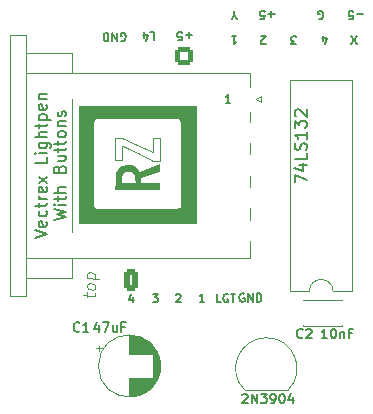
<source format=gbr>
%TF.GenerationSoftware,KiCad,Pcbnew,(6.0.9)*%
%TF.CreationDate,2023-08-06T12:59:46+02:00*%
%TF.ProjectId,Vectrex_Lightpen_2,56656374-7265-4785-9f4c-696768747065,rev?*%
%TF.SameCoordinates,Original*%
%TF.FileFunction,Legend,Top*%
%TF.FilePolarity,Positive*%
%FSLAX46Y46*%
G04 Gerber Fmt 4.6, Leading zero omitted, Abs format (unit mm)*
G04 Created by KiCad (PCBNEW (6.0.9)) date 2023-08-06 12:59:46*
%MOMM*%
%LPD*%
G01*
G04 APERTURE LIST*
G04 Aperture macros list*
%AMRoundRect*
0 Rectangle with rounded corners*
0 $1 Rounding radius*
0 $2 $3 $4 $5 $6 $7 $8 $9 X,Y pos of 4 corners*
0 Add a 4 corners polygon primitive as box body*
4,1,4,$2,$3,$4,$5,$6,$7,$8,$9,$2,$3,0*
0 Add four circle primitives for the rounded corners*
1,1,$1+$1,$2,$3*
1,1,$1+$1,$4,$5*
1,1,$1+$1,$6,$7*
1,1,$1+$1,$8,$9*
0 Add four rect primitives between the rounded corners*
20,1,$1+$1,$2,$3,$4,$5,0*
20,1,$1+$1,$4,$5,$6,$7,0*
20,1,$1+$1,$6,$7,$8,$9,0*
20,1,$1+$1,$8,$9,$2,$3,0*%
G04 Aperture macros list end*
%ADD10C,0.150000*%
%ADD11C,0.100000*%
%ADD12C,0.120000*%
%ADD13R,1.900000X1.900000*%
%ADD14C,1.900000*%
%ADD15C,3.000000*%
%ADD16C,1.600000*%
%ADD17R,1.600000X1.600000*%
%ADD18O,1.600000X1.600000*%
%ADD19C,4.700000*%
%ADD20RoundRect,0.250000X-0.350000X-0.650000X0.350000X-0.650000X0.350000X0.650000X-0.350000X0.650000X0*%
%ADD21O,1.200000X1.800000*%
%ADD22RoundRect,0.250000X0.550000X0.550000X-0.550000X0.550000X-0.550000X-0.550000X0.550000X-0.550000X0*%
%ADD23R,1.050000X1.500000*%
%ADD24O,1.050000X1.500000*%
%ADD25C,3.400000*%
%ADD26C,1.400000*%
%ADD27O,1.400000X1.400000*%
G04 APERTURE END LIST*
D10*
X146800000Y-69166666D02*
X146800000Y-68833333D01*
X147033333Y-69533333D02*
X146800000Y-69166666D01*
X146566666Y-69533333D01*
X141850000Y-92883333D02*
X141883333Y-92850000D01*
X141950000Y-92816666D01*
X142116666Y-92816666D01*
X142183333Y-92850000D01*
X142216666Y-92883333D01*
X142250000Y-92950000D01*
X142250000Y-93016666D01*
X142216666Y-93116666D01*
X141816666Y-93516666D01*
X142250000Y-93516666D01*
X157133333Y-71683333D02*
X156666666Y-70983333D01*
X156666666Y-71683333D02*
X157133333Y-70983333D01*
X146550000Y-70983333D02*
X146950000Y-70983333D01*
X146750000Y-70983333D02*
X146750000Y-71683333D01*
X146816666Y-71583333D01*
X146883333Y-71516666D01*
X146950000Y-71483333D01*
X147616666Y-92800000D02*
X147550000Y-92766666D01*
X147450000Y-92766666D01*
X147350000Y-92800000D01*
X147283333Y-92866666D01*
X147250000Y-92933333D01*
X147216666Y-93066666D01*
X147216666Y-93166666D01*
X147250000Y-93300000D01*
X147283333Y-93366666D01*
X147350000Y-93433333D01*
X147450000Y-93466666D01*
X147516666Y-93466666D01*
X147616666Y-93433333D01*
X147650000Y-93400000D01*
X147650000Y-93166666D01*
X147516666Y-93166666D01*
X147950000Y-93466666D02*
X147950000Y-92766666D01*
X148350000Y-93466666D01*
X148350000Y-92766666D01*
X148683333Y-93466666D02*
X148683333Y-92766666D01*
X148850000Y-92766666D01*
X148950000Y-92800000D01*
X149016666Y-92866666D01*
X149050000Y-92933333D01*
X149083333Y-93066666D01*
X149083333Y-93166666D01*
X149050000Y-93300000D01*
X149016666Y-93366666D01*
X148950000Y-93433333D01*
X148850000Y-93466666D01*
X148683333Y-93466666D01*
X149450000Y-71616666D02*
X149416666Y-71650000D01*
X149350000Y-71683333D01*
X149183333Y-71683333D01*
X149116666Y-71650000D01*
X149083333Y-71616666D01*
X149050000Y-71550000D01*
X149050000Y-71483333D01*
X149083333Y-71383333D01*
X149483333Y-70983333D01*
X149050000Y-70983333D01*
X143200000Y-70900000D02*
X142666666Y-70900000D01*
X142933333Y-70633333D02*
X142933333Y-71166666D01*
X142000000Y-71333333D02*
X142333333Y-71333333D01*
X142366666Y-71000000D01*
X142333333Y-71033333D01*
X142266666Y-71066666D01*
X142100000Y-71066666D01*
X142033333Y-71033333D01*
X142000000Y-71000000D01*
X141966666Y-70933333D01*
X141966666Y-70766666D01*
X142000000Y-70700000D01*
X142033333Y-70666666D01*
X142100000Y-70633333D01*
X142266666Y-70633333D01*
X142333333Y-70666666D01*
X142366666Y-70700000D01*
X157700000Y-69100000D02*
X157166666Y-69100000D01*
X156500000Y-69533333D02*
X156833333Y-69533333D01*
X156866666Y-69200000D01*
X156833333Y-69233333D01*
X156766666Y-69266666D01*
X156600000Y-69266666D01*
X156533333Y-69233333D01*
X156500000Y-69200000D01*
X156466666Y-69133333D01*
X156466666Y-68966666D01*
X156500000Y-68900000D01*
X156533333Y-68866666D01*
X156600000Y-68833333D01*
X156766666Y-68833333D01*
X156833333Y-68866666D01*
X156866666Y-68900000D01*
X144250000Y-93516666D02*
X143850000Y-93516666D01*
X144050000Y-93516666D02*
X144050000Y-92816666D01*
X143983333Y-92916666D01*
X143916666Y-92983333D01*
X143850000Y-93016666D01*
X139866666Y-92816666D02*
X140300000Y-92816666D01*
X140066666Y-93083333D01*
X140166666Y-93083333D01*
X140233333Y-93116666D01*
X140266666Y-93150000D01*
X140300000Y-93216666D01*
X140300000Y-93383333D01*
X140266666Y-93450000D01*
X140233333Y-93483333D01*
X140166666Y-93516666D01*
X139966666Y-93516666D01*
X139900000Y-93483333D01*
X139866666Y-93450000D01*
X150200000Y-69100000D02*
X149666666Y-69100000D01*
X149933333Y-68833333D02*
X149933333Y-69366666D01*
X149000000Y-69533333D02*
X149333333Y-69533333D01*
X149366666Y-69200000D01*
X149333333Y-69233333D01*
X149266666Y-69266666D01*
X149100000Y-69266666D01*
X149033333Y-69233333D01*
X149000000Y-69200000D01*
X148966666Y-69133333D01*
X148966666Y-68966666D01*
X149000000Y-68900000D01*
X149033333Y-68866666D01*
X149100000Y-68833333D01*
X149266666Y-68833333D01*
X149333333Y-68866666D01*
X149366666Y-68900000D01*
X152033333Y-71683333D02*
X151600000Y-71683333D01*
X151833333Y-71416666D01*
X151733333Y-71416666D01*
X151666666Y-71383333D01*
X151633333Y-71350000D01*
X151600000Y-71283333D01*
X151600000Y-71116666D01*
X151633333Y-71050000D01*
X151666666Y-71016666D01*
X151733333Y-70983333D01*
X151933333Y-70983333D01*
X152000000Y-71016666D01*
X152033333Y-71050000D01*
D11*
X134335714Y-93056577D02*
X134335714Y-92675625D01*
X134002380Y-92872053D02*
X134859523Y-92979196D01*
X134954761Y-92943482D01*
X135002380Y-92854196D01*
X135002380Y-92758958D01*
X135002380Y-92282767D02*
X134954761Y-92372053D01*
X134907142Y-92413720D01*
X134811904Y-92449434D01*
X134526190Y-92413720D01*
X134430952Y-92354196D01*
X134383333Y-92300625D01*
X134335714Y-92199434D01*
X134335714Y-92056577D01*
X134383333Y-91967291D01*
X134430952Y-91925625D01*
X134526190Y-91889910D01*
X134811904Y-91925625D01*
X134907142Y-91985148D01*
X134954761Y-92038720D01*
X135002380Y-92139910D01*
X135002380Y-92282767D01*
X134335714Y-91437529D02*
X135335714Y-91562529D01*
X134383333Y-91443482D02*
X134335714Y-91342291D01*
X134335714Y-91151815D01*
X134383333Y-91062529D01*
X134430952Y-91020863D01*
X134526190Y-90985148D01*
X134811904Y-91020863D01*
X134907142Y-91080386D01*
X134954761Y-91133958D01*
X135002380Y-91235148D01*
X135002380Y-91425625D01*
X134954761Y-91514910D01*
D10*
X153916666Y-69500000D02*
X153983333Y-69533333D01*
X154083333Y-69533333D01*
X154183333Y-69500000D01*
X154250000Y-69433333D01*
X154283333Y-69366666D01*
X154316666Y-69233333D01*
X154316666Y-69133333D01*
X154283333Y-69000000D01*
X154250000Y-68933333D01*
X154183333Y-68866666D01*
X154083333Y-68833333D01*
X154016666Y-68833333D01*
X153916666Y-68866666D01*
X153883333Y-68900000D01*
X153883333Y-69133333D01*
X154016666Y-69133333D01*
X138233333Y-93050000D02*
X138233333Y-93516666D01*
X138066666Y-92783333D02*
X137900000Y-93283333D01*
X138333333Y-93283333D01*
X139666666Y-70633333D02*
X140000000Y-70633333D01*
X140000000Y-71333333D01*
X139133333Y-71100000D02*
X139133333Y-70633333D01*
X139300000Y-71366666D02*
X139466666Y-70866666D01*
X139033333Y-70866666D01*
X137183333Y-71350000D02*
X137250000Y-71383333D01*
X137350000Y-71383333D01*
X137450000Y-71350000D01*
X137516666Y-71283333D01*
X137550000Y-71216666D01*
X137583333Y-71083333D01*
X137583333Y-70983333D01*
X137550000Y-70850000D01*
X137516666Y-70783333D01*
X137450000Y-70716666D01*
X137350000Y-70683333D01*
X137283333Y-70683333D01*
X137183333Y-70716666D01*
X137150000Y-70750000D01*
X137150000Y-70983333D01*
X137283333Y-70983333D01*
X136850000Y-70683333D02*
X136850000Y-71383333D01*
X136450000Y-70683333D01*
X136450000Y-71383333D01*
X136116666Y-70683333D02*
X136116666Y-71383333D01*
X135950000Y-71383333D01*
X135850000Y-71350000D01*
X135783333Y-71283333D01*
X135750000Y-71216666D01*
X135716666Y-71083333D01*
X135716666Y-70983333D01*
X135750000Y-70850000D01*
X135783333Y-70783333D01*
X135850000Y-70716666D01*
X135950000Y-70683333D01*
X136116666Y-70683333D01*
X129897380Y-88056266D02*
X130897380Y-87722933D01*
X129897380Y-87389600D01*
X130849761Y-86675314D02*
X130897380Y-86770552D01*
X130897380Y-86961028D01*
X130849761Y-87056266D01*
X130754523Y-87103885D01*
X130373571Y-87103885D01*
X130278333Y-87056266D01*
X130230714Y-86961028D01*
X130230714Y-86770552D01*
X130278333Y-86675314D01*
X130373571Y-86627695D01*
X130468809Y-86627695D01*
X130564047Y-87103885D01*
X130849761Y-85770552D02*
X130897380Y-85865790D01*
X130897380Y-86056266D01*
X130849761Y-86151504D01*
X130802142Y-86199123D01*
X130706904Y-86246742D01*
X130421190Y-86246742D01*
X130325952Y-86199123D01*
X130278333Y-86151504D01*
X130230714Y-86056266D01*
X130230714Y-85865790D01*
X130278333Y-85770552D01*
X130230714Y-85484838D02*
X130230714Y-85103885D01*
X129897380Y-85341980D02*
X130754523Y-85341980D01*
X130849761Y-85294361D01*
X130897380Y-85199123D01*
X130897380Y-85103885D01*
X130897380Y-84770552D02*
X130230714Y-84770552D01*
X130421190Y-84770552D02*
X130325952Y-84722933D01*
X130278333Y-84675314D01*
X130230714Y-84580076D01*
X130230714Y-84484838D01*
X130849761Y-83770552D02*
X130897380Y-83865790D01*
X130897380Y-84056266D01*
X130849761Y-84151504D01*
X130754523Y-84199123D01*
X130373571Y-84199123D01*
X130278333Y-84151504D01*
X130230714Y-84056266D01*
X130230714Y-83865790D01*
X130278333Y-83770552D01*
X130373571Y-83722933D01*
X130468809Y-83722933D01*
X130564047Y-84199123D01*
X130897380Y-83389600D02*
X130230714Y-82865790D01*
X130230714Y-83389600D02*
X130897380Y-82865790D01*
X130897380Y-81246742D02*
X130897380Y-81722933D01*
X129897380Y-81722933D01*
X130897380Y-80913409D02*
X130230714Y-80913409D01*
X129897380Y-80913409D02*
X129945000Y-80961028D01*
X129992619Y-80913409D01*
X129945000Y-80865790D01*
X129897380Y-80913409D01*
X129992619Y-80913409D01*
X130230714Y-80008647D02*
X131040238Y-80008647D01*
X131135476Y-80056266D01*
X131183095Y-80103885D01*
X131230714Y-80199123D01*
X131230714Y-80341980D01*
X131183095Y-80437219D01*
X130849761Y-80008647D02*
X130897380Y-80103885D01*
X130897380Y-80294361D01*
X130849761Y-80389600D01*
X130802142Y-80437219D01*
X130706904Y-80484838D01*
X130421190Y-80484838D01*
X130325952Y-80437219D01*
X130278333Y-80389600D01*
X130230714Y-80294361D01*
X130230714Y-80103885D01*
X130278333Y-80008647D01*
X130897380Y-79532457D02*
X129897380Y-79532457D01*
X130897380Y-79103885D02*
X130373571Y-79103885D01*
X130278333Y-79151504D01*
X130230714Y-79246742D01*
X130230714Y-79389600D01*
X130278333Y-79484838D01*
X130325952Y-79532457D01*
X130230714Y-78770552D02*
X130230714Y-78389600D01*
X129897380Y-78627695D02*
X130754523Y-78627695D01*
X130849761Y-78580076D01*
X130897380Y-78484838D01*
X130897380Y-78389600D01*
X130230714Y-78056266D02*
X131230714Y-78056266D01*
X130278333Y-78056266D02*
X130230714Y-77961028D01*
X130230714Y-77770552D01*
X130278333Y-77675314D01*
X130325952Y-77627695D01*
X130421190Y-77580076D01*
X130706904Y-77580076D01*
X130802142Y-77627695D01*
X130849761Y-77675314D01*
X130897380Y-77770552D01*
X130897380Y-77961028D01*
X130849761Y-78056266D01*
X130849761Y-76770552D02*
X130897380Y-76865790D01*
X130897380Y-77056266D01*
X130849761Y-77151504D01*
X130754523Y-77199123D01*
X130373571Y-77199123D01*
X130278333Y-77151504D01*
X130230714Y-77056266D01*
X130230714Y-76865790D01*
X130278333Y-76770552D01*
X130373571Y-76722933D01*
X130468809Y-76722933D01*
X130564047Y-77199123D01*
X130230714Y-76294361D02*
X130897380Y-76294361D01*
X130325952Y-76294361D02*
X130278333Y-76246742D01*
X130230714Y-76151504D01*
X130230714Y-76008647D01*
X130278333Y-75913409D01*
X130373571Y-75865790D01*
X130897380Y-75865790D01*
X131507380Y-86508647D02*
X132507380Y-86270552D01*
X131793095Y-86080076D01*
X132507380Y-85889600D01*
X131507380Y-85651504D01*
X132507380Y-85270552D02*
X131840714Y-85270552D01*
X131507380Y-85270552D02*
X131555000Y-85318171D01*
X131602619Y-85270552D01*
X131555000Y-85222933D01*
X131507380Y-85270552D01*
X131602619Y-85270552D01*
X131840714Y-84937219D02*
X131840714Y-84556266D01*
X131507380Y-84794361D02*
X132364523Y-84794361D01*
X132459761Y-84746742D01*
X132507380Y-84651504D01*
X132507380Y-84556266D01*
X132507380Y-84222933D02*
X131507380Y-84222933D01*
X132507380Y-83794361D02*
X131983571Y-83794361D01*
X131888333Y-83841980D01*
X131840714Y-83937219D01*
X131840714Y-84080076D01*
X131888333Y-84175314D01*
X131935952Y-84222933D01*
X131983571Y-82222933D02*
X132031190Y-82080076D01*
X132078809Y-82032457D01*
X132174047Y-81984838D01*
X132316904Y-81984838D01*
X132412142Y-82032457D01*
X132459761Y-82080076D01*
X132507380Y-82175314D01*
X132507380Y-82556266D01*
X131507380Y-82556266D01*
X131507380Y-82222933D01*
X131555000Y-82127695D01*
X131602619Y-82080076D01*
X131697857Y-82032457D01*
X131793095Y-82032457D01*
X131888333Y-82080076D01*
X131935952Y-82127695D01*
X131983571Y-82222933D01*
X131983571Y-82556266D01*
X131840714Y-81127695D02*
X132507380Y-81127695D01*
X131840714Y-81556266D02*
X132364523Y-81556266D01*
X132459761Y-81508647D01*
X132507380Y-81413409D01*
X132507380Y-81270552D01*
X132459761Y-81175314D01*
X132412142Y-81127695D01*
X131840714Y-80794361D02*
X131840714Y-80413409D01*
X131507380Y-80651504D02*
X132364523Y-80651504D01*
X132459761Y-80603885D01*
X132507380Y-80508647D01*
X132507380Y-80413409D01*
X131840714Y-80222933D02*
X131840714Y-79841980D01*
X131507380Y-80080076D02*
X132364523Y-80080076D01*
X132459761Y-80032457D01*
X132507380Y-79937219D01*
X132507380Y-79841980D01*
X132507380Y-79365790D02*
X132459761Y-79461028D01*
X132412142Y-79508647D01*
X132316904Y-79556266D01*
X132031190Y-79556266D01*
X131935952Y-79508647D01*
X131888333Y-79461028D01*
X131840714Y-79365790D01*
X131840714Y-79222933D01*
X131888333Y-79127695D01*
X131935952Y-79080076D01*
X132031190Y-79032457D01*
X132316904Y-79032457D01*
X132412142Y-79080076D01*
X132459761Y-79127695D01*
X132507380Y-79222933D01*
X132507380Y-79365790D01*
X131840714Y-78603885D02*
X132507380Y-78603885D01*
X131935952Y-78603885D02*
X131888333Y-78556266D01*
X131840714Y-78461028D01*
X131840714Y-78318171D01*
X131888333Y-78222933D01*
X131983571Y-78175314D01*
X132507380Y-78175314D01*
X132459761Y-77746742D02*
X132507380Y-77651504D01*
X132507380Y-77461028D01*
X132459761Y-77365790D01*
X132364523Y-77318171D01*
X132316904Y-77318171D01*
X132221666Y-77365790D01*
X132174047Y-77461028D01*
X132174047Y-77603885D01*
X132126428Y-77699123D01*
X132031190Y-77746742D01*
X131983571Y-77746742D01*
X131888333Y-77699123D01*
X131840714Y-77603885D01*
X131840714Y-77461028D01*
X131888333Y-77365790D01*
X154316666Y-71400000D02*
X154316666Y-70933333D01*
X154483333Y-71666666D02*
X154650000Y-71166666D01*
X154216666Y-71166666D01*
X145650000Y-93516666D02*
X145316666Y-93516666D01*
X145316666Y-92816666D01*
X146250000Y-92850000D02*
X146183333Y-92816666D01*
X146083333Y-92816666D01*
X145983333Y-92850000D01*
X145916666Y-92916666D01*
X145883333Y-92983333D01*
X145850000Y-93116666D01*
X145850000Y-93216666D01*
X145883333Y-93350000D01*
X145916666Y-93416666D01*
X145983333Y-93483333D01*
X146083333Y-93516666D01*
X146150000Y-93516666D01*
X146250000Y-93483333D01*
X146283333Y-93450000D01*
X146283333Y-93216666D01*
X146150000Y-93216666D01*
X146483333Y-92816666D02*
X146883333Y-92816666D01*
X146683333Y-93516666D02*
X146683333Y-92816666D01*
X146453200Y-76618266D02*
X146053200Y-76618266D01*
X146253200Y-76618266D02*
X146253200Y-75918266D01*
X146186533Y-76018266D01*
X146119866Y-76084933D01*
X146053200Y-76118266D01*
%TO.C,U1*%
X151902380Y-83369047D02*
X151902380Y-82702380D01*
X152902380Y-83130952D01*
X152235714Y-81892857D02*
X152902380Y-81892857D01*
X151854761Y-82130952D02*
X152569047Y-82369047D01*
X152569047Y-81750000D01*
X152902380Y-80892857D02*
X152902380Y-81369047D01*
X151902380Y-81369047D01*
X152854761Y-80607142D02*
X152902380Y-80464285D01*
X152902380Y-80226190D01*
X152854761Y-80130952D01*
X152807142Y-80083333D01*
X152711904Y-80035714D01*
X152616666Y-80035714D01*
X152521428Y-80083333D01*
X152473809Y-80130952D01*
X152426190Y-80226190D01*
X152378571Y-80416666D01*
X152330952Y-80511904D01*
X152283333Y-80559523D01*
X152188095Y-80607142D01*
X152092857Y-80607142D01*
X151997619Y-80559523D01*
X151950000Y-80511904D01*
X151902380Y-80416666D01*
X151902380Y-80178571D01*
X151950000Y-80035714D01*
X152902380Y-79083333D02*
X152902380Y-79654761D01*
X152902380Y-79369047D02*
X151902380Y-79369047D01*
X152045238Y-79464285D01*
X152140476Y-79559523D01*
X152188095Y-79654761D01*
X151902380Y-78750000D02*
X151902380Y-78130952D01*
X152283333Y-78464285D01*
X152283333Y-78321428D01*
X152330952Y-78226190D01*
X152378571Y-78178571D01*
X152473809Y-78130952D01*
X152711904Y-78130952D01*
X152807142Y-78178571D01*
X152854761Y-78226190D01*
X152902380Y-78321428D01*
X152902380Y-78607142D01*
X152854761Y-78702380D01*
X152807142Y-78750000D01*
X151997619Y-77750000D02*
X151950000Y-77702380D01*
X151902380Y-77607142D01*
X151902380Y-77369047D01*
X151950000Y-77273809D01*
X151997619Y-77226190D01*
X152092857Y-77178571D01*
X152188095Y-77178571D01*
X152330952Y-77226190D01*
X152902380Y-77797619D01*
X152902380Y-77178571D01*
%TO.C,C1*%
X133666666Y-95935714D02*
X133628571Y-95973809D01*
X133514285Y-96011904D01*
X133438095Y-96011904D01*
X133323809Y-95973809D01*
X133247619Y-95897619D01*
X133209523Y-95821428D01*
X133171428Y-95669047D01*
X133171428Y-95554761D01*
X133209523Y-95402380D01*
X133247619Y-95326190D01*
X133323809Y-95250000D01*
X133438095Y-95211904D01*
X133514285Y-95211904D01*
X133628571Y-95250000D01*
X133666666Y-95288095D01*
X134428571Y-96011904D02*
X133971428Y-96011904D01*
X134200000Y-96011904D02*
X134200000Y-95211904D01*
X134123809Y-95326190D01*
X134047619Y-95402380D01*
X133971428Y-95440476D01*
X135316666Y-95478571D02*
X135316666Y-96011904D01*
X135126190Y-95173809D02*
X134935714Y-95745238D01*
X135430952Y-95745238D01*
X135659523Y-95211904D02*
X136192857Y-95211904D01*
X135850000Y-96011904D01*
X136840476Y-95478571D02*
X136840476Y-96011904D01*
X136497619Y-95478571D02*
X136497619Y-95897619D01*
X136535714Y-95973809D01*
X136611904Y-96011904D01*
X136726190Y-96011904D01*
X136802380Y-95973809D01*
X136840476Y-95935714D01*
X137488095Y-95592857D02*
X137221428Y-95592857D01*
X137221428Y-96011904D02*
X137221428Y-95211904D01*
X137602380Y-95211904D01*
%TO.C,Q1*%
X147478571Y-101338095D02*
X147516666Y-101300000D01*
X147592857Y-101261904D01*
X147783333Y-101261904D01*
X147859523Y-101300000D01*
X147897619Y-101338095D01*
X147935714Y-101414285D01*
X147935714Y-101490476D01*
X147897619Y-101604761D01*
X147440476Y-102061904D01*
X147935714Y-102061904D01*
X148278571Y-102061904D02*
X148278571Y-101261904D01*
X148735714Y-102061904D01*
X148735714Y-101261904D01*
X149040476Y-101261904D02*
X149535714Y-101261904D01*
X149269047Y-101566666D01*
X149383333Y-101566666D01*
X149459523Y-101604761D01*
X149497619Y-101642857D01*
X149535714Y-101719047D01*
X149535714Y-101909523D01*
X149497619Y-101985714D01*
X149459523Y-102023809D01*
X149383333Y-102061904D01*
X149154761Y-102061904D01*
X149078571Y-102023809D01*
X149040476Y-101985714D01*
X149916666Y-102061904D02*
X150069047Y-102061904D01*
X150145238Y-102023809D01*
X150183333Y-101985714D01*
X150259523Y-101871428D01*
X150297619Y-101719047D01*
X150297619Y-101414285D01*
X150259523Y-101338095D01*
X150221428Y-101300000D01*
X150145238Y-101261904D01*
X149992857Y-101261904D01*
X149916666Y-101300000D01*
X149878571Y-101338095D01*
X149840476Y-101414285D01*
X149840476Y-101604761D01*
X149878571Y-101680952D01*
X149916666Y-101719047D01*
X149992857Y-101757142D01*
X150145238Y-101757142D01*
X150221428Y-101719047D01*
X150259523Y-101680952D01*
X150297619Y-101604761D01*
X150792857Y-101261904D02*
X150869047Y-101261904D01*
X150945238Y-101300000D01*
X150983333Y-101338095D01*
X151021428Y-101414285D01*
X151059523Y-101566666D01*
X151059523Y-101757142D01*
X151021428Y-101909523D01*
X150983333Y-101985714D01*
X150945238Y-102023809D01*
X150869047Y-102061904D01*
X150792857Y-102061904D01*
X150716666Y-102023809D01*
X150678571Y-101985714D01*
X150640476Y-101909523D01*
X150602380Y-101757142D01*
X150602380Y-101566666D01*
X150640476Y-101414285D01*
X150678571Y-101338095D01*
X150716666Y-101300000D01*
X150792857Y-101261904D01*
X151745238Y-101528571D02*
X151745238Y-102061904D01*
X151554761Y-101223809D02*
X151364285Y-101795238D01*
X151859523Y-101795238D01*
%TO.C,C2*%
X152566666Y-96485714D02*
X152528571Y-96523809D01*
X152414285Y-96561904D01*
X152338095Y-96561904D01*
X152223809Y-96523809D01*
X152147619Y-96447619D01*
X152109523Y-96371428D01*
X152071428Y-96219047D01*
X152071428Y-96104761D01*
X152109523Y-95952380D01*
X152147619Y-95876190D01*
X152223809Y-95800000D01*
X152338095Y-95761904D01*
X152414285Y-95761904D01*
X152528571Y-95800000D01*
X152566666Y-95838095D01*
X152871428Y-95838095D02*
X152909523Y-95800000D01*
X152985714Y-95761904D01*
X153176190Y-95761904D01*
X153252380Y-95800000D01*
X153290476Y-95838095D01*
X153328571Y-95914285D01*
X153328571Y-95990476D01*
X153290476Y-96104761D01*
X152833333Y-96561904D01*
X153328571Y-96561904D01*
X154642857Y-96561904D02*
X154185714Y-96561904D01*
X154414285Y-96561904D02*
X154414285Y-95761904D01*
X154338095Y-95876190D01*
X154261904Y-95952380D01*
X154185714Y-95990476D01*
X155138095Y-95761904D02*
X155214285Y-95761904D01*
X155290476Y-95800000D01*
X155328571Y-95838095D01*
X155366666Y-95914285D01*
X155404761Y-96066666D01*
X155404761Y-96257142D01*
X155366666Y-96409523D01*
X155328571Y-96485714D01*
X155290476Y-96523809D01*
X155214285Y-96561904D01*
X155138095Y-96561904D01*
X155061904Y-96523809D01*
X155023809Y-96485714D01*
X154985714Y-96409523D01*
X154947619Y-96257142D01*
X154947619Y-96066666D01*
X154985714Y-95914285D01*
X155023809Y-95838095D01*
X155061904Y-95800000D01*
X155138095Y-95761904D01*
X155747619Y-96028571D02*
X155747619Y-96561904D01*
X155747619Y-96104761D02*
X155785714Y-96066666D01*
X155861904Y-96028571D01*
X155976190Y-96028571D01*
X156052380Y-96066666D01*
X156090476Y-96142857D01*
X156090476Y-96561904D01*
X156738095Y-96142857D02*
X156471428Y-96142857D01*
X156471428Y-96561904D02*
X156471428Y-95761904D01*
X156852380Y-95761904D01*
D12*
%TO.C,J1*%
X148132800Y-77368400D02*
X148132800Y-78232000D01*
X127759600Y-70866000D02*
X129159000Y-70866000D01*
X133059000Y-91440000D02*
X129159000Y-91440000D01*
X149060507Y-76028200D02*
X149060507Y-76528200D01*
X148132800Y-89738200D02*
X148132800Y-88366600D01*
X133059000Y-76276200D02*
X133070600Y-87553800D01*
X129159000Y-70866000D02*
X129159000Y-92964000D01*
X129159000Y-72390000D02*
X133059000Y-72390000D01*
X129184400Y-89738200D02*
X148132800Y-89738200D01*
X148132800Y-80010000D02*
X148132800Y-80975200D01*
X133059000Y-89738200D02*
X133059000Y-91440000D01*
X149060507Y-76528200D02*
X148627494Y-76278200D01*
X148132800Y-82804000D02*
X148132800Y-83769200D01*
X127759600Y-92964000D02*
X129159000Y-92964000D01*
X148132800Y-86512400D02*
X148132800Y-85547200D01*
X133059000Y-74091800D02*
X133059000Y-72390000D01*
X127759600Y-70866000D02*
X127759600Y-92964000D01*
X148131600Y-74091800D02*
X148132800Y-75311000D01*
X148627494Y-76278200D02*
X149060507Y-76028200D01*
X129184400Y-74091800D02*
X148131600Y-74091800D01*
%TO.C,U1*%
X151490000Y-92580000D02*
X153140000Y-92580000D01*
X156790000Y-92580000D02*
X156790000Y-74680000D01*
X155140000Y-92580000D02*
X156790000Y-92580000D01*
X151490000Y-74680000D02*
X151490000Y-92580000D01*
X156790000Y-74680000D02*
X151490000Y-74680000D01*
X155140000Y-92580000D02*
G75*
G03*
X153140000Y-92580000I-1000000J0D01*
G01*
%TO.C,C1*%
X140520000Y-98900000D02*
G75*
G03*
X140520000Y-98900000I-2620000J0D01*
G01*
X139901000Y-99940000D02*
X139901000Y-100553000D01*
X138781000Y-96472000D02*
X138781000Y-97860000D01*
X139781000Y-97115000D02*
X139781000Y-97860000D01*
X138220000Y-99940000D02*
X138220000Y-101461000D01*
X138941000Y-99940000D02*
X138941000Y-101265000D01*
X139781000Y-99940000D02*
X139781000Y-100685000D01*
X140381000Y-98095000D02*
X140381000Y-99705000D01*
X139181000Y-99940000D02*
X139181000Y-101147000D01*
X138901000Y-96518000D02*
X138901000Y-97860000D01*
X139261000Y-99940000D02*
X139261000Y-101100000D01*
X140181000Y-97649000D02*
X140181000Y-100151000D01*
X140261000Y-97802000D02*
X140261000Y-99998000D01*
X137900000Y-99940000D02*
X137900000Y-101480000D01*
X138220000Y-96339000D02*
X138220000Y-97860000D01*
X139021000Y-96571000D02*
X139021000Y-97860000D01*
X139181000Y-96653000D02*
X139181000Y-97860000D01*
X140221000Y-97722000D02*
X140221000Y-100078000D01*
X135345225Y-97175000D02*
X135345225Y-97675000D01*
X138300000Y-96350000D02*
X138300000Y-97860000D01*
X139861000Y-97201000D02*
X139861000Y-97860000D01*
X139341000Y-99940000D02*
X139341000Y-101049000D01*
X139021000Y-99940000D02*
X139021000Y-101229000D01*
X140101000Y-97517000D02*
X140101000Y-100283000D01*
X139581000Y-96929000D02*
X139581000Y-97860000D01*
X137940000Y-96320000D02*
X137940000Y-97860000D01*
X140141000Y-97581000D02*
X140141000Y-100219000D01*
X138380000Y-99940000D02*
X138380000Y-101436000D01*
X137900000Y-96320000D02*
X137900000Y-97860000D01*
X139261000Y-96700000D02*
X139261000Y-97860000D01*
X139821000Y-97157000D02*
X139821000Y-97860000D01*
X139141000Y-96632000D02*
X139141000Y-97860000D01*
X139741000Y-97074000D02*
X139741000Y-97860000D01*
X138380000Y-96364000D02*
X138380000Y-97860000D01*
X140061000Y-97457000D02*
X140061000Y-100343000D01*
X138180000Y-99940000D02*
X138180000Y-101465000D01*
X138901000Y-99940000D02*
X138901000Y-101282000D01*
X139101000Y-96610000D02*
X139101000Y-97860000D01*
X138300000Y-99940000D02*
X138300000Y-101450000D01*
X138420000Y-99940000D02*
X138420000Y-101428000D01*
X139701000Y-97036000D02*
X139701000Y-97860000D01*
X139341000Y-96751000D02*
X139341000Y-97860000D01*
X140421000Y-98223000D02*
X140421000Y-99577000D01*
X139421000Y-96805000D02*
X139421000Y-97860000D01*
X140461000Y-98382000D02*
X140461000Y-99418000D01*
X137980000Y-99940000D02*
X137980000Y-101479000D01*
X138340000Y-99940000D02*
X138340000Y-101443000D01*
X138621000Y-96420000D02*
X138621000Y-97860000D01*
X139381000Y-99940000D02*
X139381000Y-101022000D01*
X138701000Y-96445000D02*
X138701000Y-97860000D01*
X138741000Y-99940000D02*
X138741000Y-101342000D01*
X138260000Y-99940000D02*
X138260000Y-101456000D01*
X139701000Y-99940000D02*
X139701000Y-100764000D01*
X138420000Y-96372000D02*
X138420000Y-97860000D01*
X138540000Y-96399000D02*
X138540000Y-97860000D01*
X138540000Y-99940000D02*
X138540000Y-101401000D01*
X138580000Y-96409000D02*
X138580000Y-97860000D01*
X139381000Y-96778000D02*
X139381000Y-97860000D01*
X139541000Y-96896000D02*
X139541000Y-97860000D01*
X139861000Y-99940000D02*
X139861000Y-100599000D01*
X139461000Y-96835000D02*
X139461000Y-97860000D01*
X139101000Y-99940000D02*
X139101000Y-101190000D01*
X139061000Y-96590000D02*
X139061000Y-97860000D01*
X137940000Y-99940000D02*
X137940000Y-101480000D01*
X138701000Y-99940000D02*
X138701000Y-101355000D01*
X138661000Y-99940000D02*
X138661000Y-101368000D01*
X138981000Y-96552000D02*
X138981000Y-97860000D01*
X139981000Y-97346000D02*
X139981000Y-100454000D01*
X139221000Y-99940000D02*
X139221000Y-101124000D01*
X139061000Y-99940000D02*
X139061000Y-101210000D01*
X139621000Y-99940000D02*
X139621000Y-100837000D01*
X138460000Y-99940000D02*
X138460000Y-101420000D01*
X140501000Y-98616000D02*
X140501000Y-99184000D01*
X140341000Y-97985000D02*
X140341000Y-99815000D01*
X140021000Y-97400000D02*
X140021000Y-100400000D01*
X135095225Y-97425000D02*
X135595225Y-97425000D01*
X138060000Y-96324000D02*
X138060000Y-97860000D01*
X138861000Y-96502000D02*
X138861000Y-97860000D01*
X138460000Y-96380000D02*
X138460000Y-97860000D01*
X138180000Y-96335000D02*
X138180000Y-97860000D01*
X139501000Y-96865000D02*
X139501000Y-97860000D01*
X138821000Y-99940000D02*
X138821000Y-101314000D01*
X139461000Y-99940000D02*
X139461000Y-100965000D01*
X138580000Y-99940000D02*
X138580000Y-101391000D01*
X139821000Y-99940000D02*
X139821000Y-100643000D01*
X138060000Y-99940000D02*
X138060000Y-101476000D01*
X138020000Y-99940000D02*
X138020000Y-101478000D01*
X138340000Y-96357000D02*
X138340000Y-97860000D01*
X138821000Y-96486000D02*
X138821000Y-97860000D01*
X138941000Y-96535000D02*
X138941000Y-97860000D01*
X140301000Y-97889000D02*
X140301000Y-99911000D01*
X138100000Y-99940000D02*
X138100000Y-101473000D01*
X139301000Y-96725000D02*
X139301000Y-97860000D01*
X139141000Y-99940000D02*
X139141000Y-101168000D01*
X139661000Y-99940000D02*
X139661000Y-100801000D01*
X138020000Y-96322000D02*
X138020000Y-97860000D01*
X138100000Y-96327000D02*
X138100000Y-97860000D01*
X138140000Y-99940000D02*
X138140000Y-101469000D01*
X138661000Y-96432000D02*
X138661000Y-97860000D01*
X138140000Y-96331000D02*
X138140000Y-97860000D01*
X138981000Y-99940000D02*
X138981000Y-101248000D01*
X139501000Y-99940000D02*
X139501000Y-100935000D01*
X139901000Y-97247000D02*
X139901000Y-97860000D01*
X139741000Y-99940000D02*
X139741000Y-100726000D01*
X139581000Y-99940000D02*
X139581000Y-100871000D01*
X138741000Y-96458000D02*
X138741000Y-97860000D01*
X138781000Y-99940000D02*
X138781000Y-101328000D01*
X138260000Y-96344000D02*
X138260000Y-97860000D01*
X139221000Y-96676000D02*
X139221000Y-97860000D01*
X139941000Y-97295000D02*
X139941000Y-100505000D01*
X139421000Y-99940000D02*
X139421000Y-100995000D01*
X138621000Y-99940000D02*
X138621000Y-101380000D01*
X138861000Y-99940000D02*
X138861000Y-101298000D01*
X139541000Y-99940000D02*
X139541000Y-100904000D01*
X139621000Y-96963000D02*
X139621000Y-97860000D01*
X138500000Y-96389000D02*
X138500000Y-97860000D01*
X138500000Y-99940000D02*
X138500000Y-101411000D01*
X139301000Y-99940000D02*
X139301000Y-101075000D01*
X137980000Y-96321000D02*
X137980000Y-97860000D01*
X139661000Y-96999000D02*
X139661000Y-97860000D01*
%TO.C,Q1*%
X147700000Y-100960000D02*
X151300000Y-100960000D01*
X151338478Y-100948478D02*
G75*
G03*
X149500000Y-96510000I-1838478J1838478D01*
G01*
X149500000Y-96509999D02*
G75*
G03*
X147661522Y-100948478I0J-2600001D01*
G01*
%TO.C,C2*%
X152630000Y-93280000D02*
X155870000Y-93280000D01*
X152630000Y-95520000D02*
X155870000Y-95520000D01*
X155870000Y-95455000D02*
X155870000Y-95520000D01*
X155870000Y-93280000D02*
X155870000Y-93345000D01*
X152630000Y-95455000D02*
X152630000Y-95520000D01*
X152630000Y-93280000D02*
X152630000Y-93345000D01*
%TO.C,F1*%
D11*
X140474930Y-81510864D02*
X139935347Y-81510864D01*
X138657437Y-80905511D01*
X138376545Y-80772535D01*
X138114823Y-80648794D01*
X137879355Y-80537626D01*
X137677223Y-80442368D01*
X137515512Y-80366356D01*
X137401304Y-80312929D01*
X137341683Y-80285422D01*
X137335306Y-80282646D01*
X137318327Y-80291436D01*
X137306015Y-80338347D01*
X137297779Y-80431003D01*
X137293028Y-80577031D01*
X137291169Y-80784058D01*
X137291086Y-80852622D01*
X137291086Y-81440112D01*
X136725069Y-81440112D01*
X136725069Y-79565181D01*
X136981546Y-79567231D01*
X137238022Y-79569281D01*
X138564624Y-80197134D01*
X139891225Y-80824986D01*
X139900867Y-80195084D01*
X139910510Y-79565181D01*
X140474930Y-79565181D01*
X140474930Y-81510864D01*
G36*
X136733774Y-83306198D02*
G01*
X136741500Y-83043629D01*
X136751244Y-82840958D01*
X136763999Y-82687338D01*
X136780758Y-82571924D01*
X136802513Y-82483869D01*
X136811461Y-82457589D01*
X136903731Y-82291144D01*
X137045363Y-82135139D01*
X137215493Y-82008626D01*
X137386501Y-81932533D01*
X137588928Y-81895501D01*
X137819650Y-81885318D01*
X138044337Y-81902040D01*
X138184687Y-81931229D01*
X138321390Y-81990989D01*
X138465642Y-82085757D01*
X138596286Y-82198471D01*
X138692166Y-82312064D01*
X138720155Y-82363132D01*
X138760121Y-82458184D01*
X139431801Y-82196640D01*
X139649512Y-82111975D01*
X139857314Y-82031364D01*
X140041487Y-81960113D01*
X140188310Y-81903531D01*
X140284061Y-81866925D01*
X140289206Y-81864980D01*
X140474930Y-81794865D01*
X140474930Y-82450555D01*
X138900696Y-83021953D01*
X138890003Y-83203874D01*
X138879311Y-83385794D01*
X140474930Y-83385794D01*
X140474930Y-83987187D01*
X136717565Y-83987187D01*
X136731879Y-83385794D01*
X137255710Y-83385794D01*
X138430611Y-83385794D01*
X138417868Y-83105174D01*
X138405444Y-82941298D01*
X138382978Y-82828394D01*
X138345994Y-82746898D01*
X138330828Y-82724881D01*
X138195487Y-82592127D01*
X138026847Y-82517358D01*
X137838850Y-82496339D01*
X137625499Y-82519165D01*
X137462809Y-82589294D01*
X137348495Y-82709209D01*
X137280268Y-82881391D01*
X137255841Y-83108320D01*
X137255710Y-83128766D01*
X137255710Y-83385794D01*
X136731879Y-83385794D01*
X136733774Y-83306198D01*
G37*
G36*
X133611978Y-76876602D02*
G01*
X143623398Y-76876602D01*
X143623398Y-86888022D01*
X133611978Y-86888022D01*
X133611978Y-85400621D01*
X134903203Y-85400621D01*
X135099379Y-85596797D01*
X138597090Y-85596797D01*
X139171844Y-85596773D01*
X139680048Y-85596644D01*
X140125902Y-85596328D01*
X140513607Y-85595742D01*
X140847365Y-85594803D01*
X141131377Y-85593427D01*
X141369845Y-85591532D01*
X141566968Y-85589033D01*
X141726949Y-85585849D01*
X141853989Y-85581896D01*
X141952289Y-85577090D01*
X142026050Y-85571350D01*
X142079473Y-85564591D01*
X142116760Y-85556730D01*
X142142112Y-85547685D01*
X142159730Y-85537372D01*
X142173442Y-85526045D01*
X142241894Y-85449541D01*
X142281306Y-85384541D01*
X142285321Y-85339916D01*
X142289039Y-85229397D01*
X142292429Y-85057842D01*
X142295461Y-84830107D01*
X142298105Y-84551050D01*
X142300331Y-84225529D01*
X142302109Y-83858401D01*
X142303409Y-83454523D01*
X142304202Y-83018753D01*
X142304456Y-82555948D01*
X142304142Y-82070966D01*
X142303662Y-81768137D01*
X142296796Y-78222486D01*
X142198708Y-78124405D01*
X142100620Y-78026323D01*
X135099379Y-78026323D01*
X135001291Y-78124411D01*
X134903203Y-78222500D01*
X134903203Y-85400621D01*
X133611978Y-85400621D01*
X133611978Y-76876602D01*
G37*
%TD*%
%LPC*%
D13*
%TO.C,J1*%
X147574000Y-76352400D03*
D14*
X147574000Y-79122400D03*
X147574000Y-81892400D03*
X147574000Y-84662400D03*
X147574000Y-87432400D03*
X144734000Y-77737400D03*
X144734000Y-80507400D03*
X144734000Y-83277400D03*
X144734000Y-86047400D03*
%TD*%
D15*
%TO.C,REF3*%
X155930400Y-64750000D03*
%TD*%
D16*
%TO.C,J3*%
X155635400Y-70280000D03*
X153095400Y-70280000D03*
X150555400Y-70280000D03*
X148015400Y-70280000D03*
X156905400Y-72820000D03*
X154420400Y-72820000D03*
X151825400Y-72820000D03*
X149285400Y-72820000D03*
D17*
X146745400Y-72820000D03*
%TD*%
%TO.C,U1*%
X157950000Y-91250000D03*
D18*
X157950000Y-88710000D03*
X157950000Y-86170000D03*
X157950000Y-83630000D03*
X157950000Y-81090000D03*
X157950000Y-78550000D03*
X157950000Y-76010000D03*
X150330000Y-76010000D03*
X150330000Y-78550000D03*
X150330000Y-81090000D03*
X150330000Y-83630000D03*
X150330000Y-86170000D03*
X150330000Y-88710000D03*
X150330000Y-91250000D03*
%TD*%
D19*
%TO.C,REF5*%
X139505000Y-65500000D03*
%TD*%
D20*
%TO.C,J4*%
X138050000Y-91600000D03*
D21*
X140050000Y-91600000D03*
X142050000Y-91600000D03*
X144050000Y-91600000D03*
X146050000Y-91600000D03*
X148050000Y-91600000D03*
%TD*%
D15*
%TO.C,REF6*%
X131526800Y-64750000D03*
%TD*%
D16*
%TO.C,C1*%
X138900000Y-98900000D03*
D17*
X136900000Y-98900000D03*
%TD*%
D19*
%TO.C,REF\u002A\u002A*%
X148005000Y-65500000D03*
%TD*%
D22*
%TO.C,J2*%
X142549500Y-72650000D03*
D16*
X139554500Y-72650000D03*
X136550500Y-72650000D03*
%TD*%
D15*
%TO.C,REF1*%
X131526800Y-99010800D03*
%TD*%
D23*
%TO.C,Q1*%
X148230000Y-99110000D03*
D24*
X149500000Y-99110000D03*
X150770000Y-99110000D03*
%TD*%
D16*
%TO.C,C2*%
X153000000Y-94400000D03*
X155500000Y-94400000D03*
%TD*%
D25*
%TO.C,REF7*%
X143763900Y-98250000D03*
%TD*%
D15*
%TO.C,REF2*%
X155930400Y-99010800D03*
%TD*%
D26*
%TO.C,R1*%
X153000000Y-85500000D03*
D27*
X153000000Y-90580000D03*
%TD*%
%TO.C,R3*%
X154300000Y-82540000D03*
D26*
X154300000Y-77460000D03*
%TD*%
D27*
%TO.C,R2*%
X155500000Y-90580000D03*
D26*
X155500000Y-85500000D03*
%TD*%
M02*

</source>
